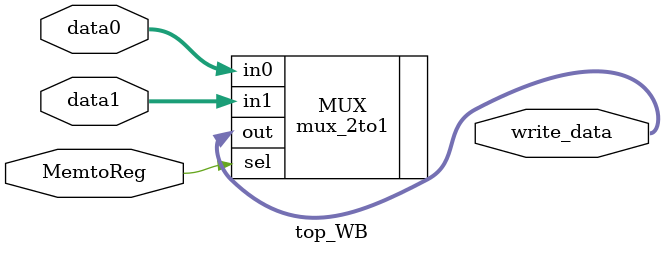
<source format=v>
module top_WB(MemtoReg, data0, data1, write_data);
    input MemtoReg;
    input [31:0] data0, data1;
    output [31:0] write_data;
    mux_2to1 MUX(
        .in0(data0),
        .in1(data1),
        .sel(MemtoReg),
        .out(write_data)
    );
endmodule
</source>
